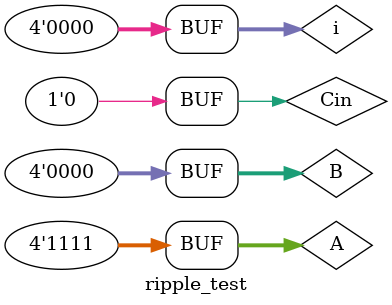
<source format=v>
`timescale 1ns / 1ps


module ripple_test;
reg [3:0] A,B;
reg Cin;
wire [3:0] S;
wire Cout;

reg[3:0] i=4'b0;

four_bit_ripple ripple_test_1(A,B,Cin,S,Cout);

initial begin
A    = 4'b0;
B    = 4'b0;
Cin  = 4'b0;

#100;

for (i=0;i<16;i=i+1) begin
   A=i;
   B=B+2;
   Cin=~Cin;
    #30;
    end
 


end

endmodule

</source>
